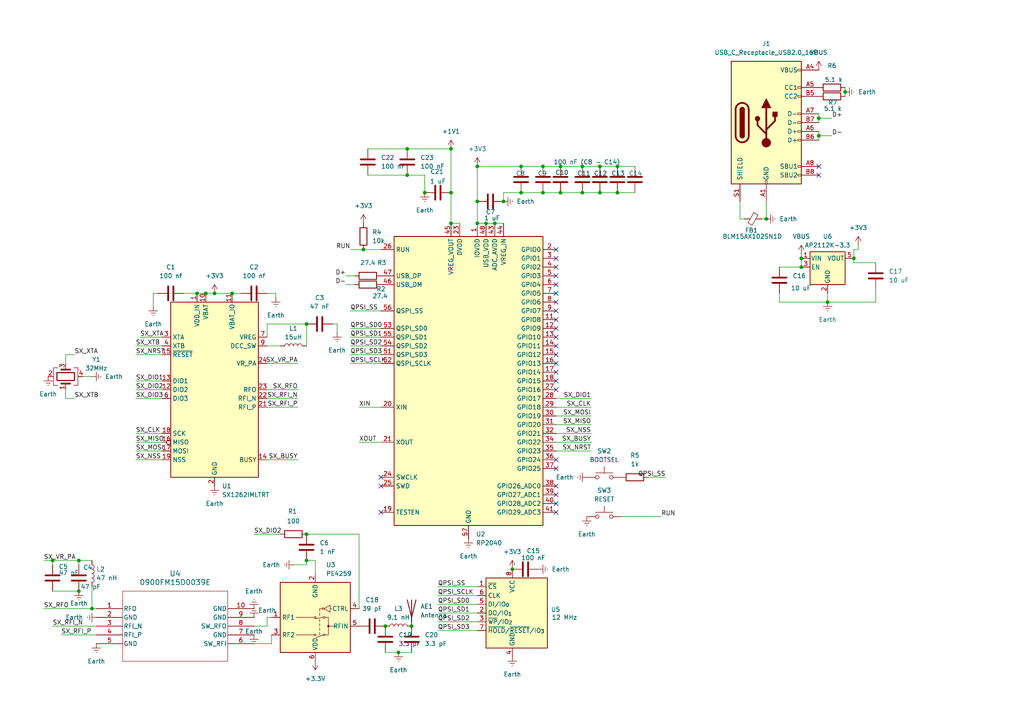
<source format=kicad_sch>
(kicad_sch (version 20250114) (generator "eeschema") (generator_version "9.0")
  (paper "A4")
  (lib_symbols
    (symbol "Connector:USB_C_Receptacle_USB2.0_16P" (pin_names (offset 1.016))
      (property "Reference" "J" (at 0 22.225 0))
      (property "Value" "USB_C_Receptacle_USB2.0_16P" (at 0 19.685 0))
      (symbol "USB_C_Receptacle_USB2.0_16P_1_1"
        (pin passive line (at -7.62 -22.86 90) (length 5.08) (name "SHIELD") (number "S1"))
        (pin passive line (at 0 -22.86 90) (length 5.08) (name "GND") (number "A1"))
        (pin passive line (at 0 -22.86 90) (length 5.08) (hide yes) (name "GND") (number "A12"))
        (pin passive line (at 0 -22.86 90) (length 5.08) (hide yes) (name "GND") (number "B1"))
        (pin passive line (at 0 -22.86 90) (length 5.08) (hide yes) (name "GND") (number "B12"))
        (pin passive line (at 15.24 15.24 180) (length 5.08) (name "VBUS") (number "A4"))
        (pin passive line (at 15.24 15.24 180) (length 5.08) (hide yes) (name "VBUS") (number "A9"))
        (pin passive line (at 15.24 15.24 180) (length 5.08) (hide yes) (name "VBUS") (number "B4"))
        (pin passive line (at 15.24 15.24 180) (length 5.08) (hide yes) (name "VBUS") (number "B9"))
        (pin bidirectional line (at 15.24 10.16 180) (length 5.08) (name "CC1") (number "A5"))
        (pin bidirectional line (at 15.24 7.62 180) (length 5.08) (name "CC2") (number "B5"))
        (pin bidirectional line (at 15.24 2.54 180) (length 5.08) (name "D-") (number "A7"))
        (pin bidirectional line (at 15.24 0 180) (length 5.08) (name "D-") (number "B7"))
        (pin bidirectional line (at 15.24 -2.54 180) (length 5.08) (name "D+") (number "A6"))
        (pin bidirectional line (at 15.24 -5.08 180) (length 5.08) (name "D+") (number "B6"))
        (pin bidirectional line (at 15.24 -12.7 180) (length 5.08) (name "SBU1") (number "A8"))
        (pin bidirectional line (at 15.24 -15.24 180) (length 5.08) (name "SBU2") (number "B8"))
      )
    )
    (symbol "Device:Antenna" (pin_numbers (hide yes)) (pin_names (offset 1.016) (hide yes))
      (property "Reference" "AE" (at -1.905 1.905 0))
      (property "Value" "Antenna" (at -1.905 0 0))
      (symbol "Antenna_1_1"
        (pin input line (at 0 -5.08 90) (length 2.54) (name "A") (number "1"))
      )
    )
    (symbol "Device:C" (pin_numbers (hide yes)) (pin_names (offset 0.254))
      (property "Reference" "C" (at 0.635 2.54 0))
      (property "Value" "C" (at 0.635 -2.54 0))
      (symbol "C_1_1"
        (pin passive line (at 0 3.81 270) (length 2.794) (name "~") (number "1"))
        (pin passive line (at 0 -3.81 90) (length 2.794) (name "~") (number "2"))
      )
    )
    (symbol "Device:Crystal_GND24" (pin_names (offset 1.016) (hide yes))
      (property "Reference" "Y" (at 3.175 5.08 0))
      (property "Value" "Crystal_GND24" (at 3.175 3.175 0))
      (symbol "Crystal_GND24_1_1"
        (pin passive line (at -3.81 0 0) (length 1.27) (name "1") (number "1"))
        (pin passive line (at 0 5.08 270) (length 1.27) (name "2") (number "2"))
        (pin passive line (at 0 -5.08 90) (length 1.27) (name "4") (number "4"))
        (pin passive line (at 3.81 0 180) (length 1.27) (name "3") (number "3"))
      )
    )
    (symbol "Device:FerriteBead_Small" (pin_numbers (hide yes)) (pin_names (offset 0))
      (property "Reference" "FB" (at 1.905 1.27 0))
      (property "Value" "FerriteBead_Small" (at 1.905 -1.27 0))
      (symbol "FerriteBead_Small_1_1"
        (pin passive line (at 0 2.54 270) (length 1.27) (name "~") (number "1"))
        (pin passive line (at 0 -2.54 90) (length 1.27) (name "~") (number "2"))
      )
    )
    (symbol "Device:L" (pin_numbers (hide yes)) (pin_names (offset 1.016) (hide yes))
      (property "Reference" "L" (at -1.27 0 90))
      (property "Value" "L" (at 1.905 0 90))
      (symbol "L_1_1"
        (pin passive line (at 0 3.81 270) (length 1.27) (name "1") (number "1"))
        (pin passive line (at 0 -3.81 90) (length 1.27) (name "2") (number "2"))
      )
    )
    (symbol "Device:R" (pin_numbers (hide yes)) (pin_names (offset 0))
      (property "Reference" "R" (at 2.032 0 90))
      (property "Value" "R" (at 0 0 90))
      (symbol "R_1_1"
        (pin passive line (at 0 3.81 270) (length 1.27) (name "~") (number "1"))
        (pin passive line (at 0 -3.81 90) (length 1.27) (name "~") (number "2"))
      )
    )
    (symbol "MCU_RaspberryPi:RP2040"
      (property "Reference" "U" (at 17.78 45.72 0))
      (property "Value" "RP2040" (at 17.78 43.18 0))
      (symbol "RP2040_1_1"
        (pin input line (at -25.4 38.1 0) (length 3.81) (name "RUN") (number "26"))
        (pin bidirectional line (at -25.4 30.48 0) (length 3.81) (name "USB_DP") (number "47"))
        (pin bidirectional line (at -25.4 27.94 0) (length 3.81) (name "USB_DM") (number "46"))
        (pin bidirectional line (at -25.4 20.32 0) (length 3.81) (name "QSPI_SS") (number "56"))
        (pin bidirectional line (at -25.4 15.24 0) (length 3.81) (name "QSPI_SD0") (number "53"))
        (pin bidirectional line (at -25.4 12.7 0) (length 3.81) (name "QSPI_SD1") (number "55"))
        (pin bidirectional line (at -25.4 10.16 0) (length 3.81) (name "QSPI_SD2") (number "54"))
        (pin bidirectional line (at -25.4 7.62 0) (length 3.81) (name "QSPI_SD3") (number "51"))
        (pin output line (at -25.4 5.08 0) (length 3.81) (name "QSPI_SCLK") (number "52"))
        (pin input line (at -25.4 -7.62 0) (length 3.81) (name "XIN") (number "20"))
        (pin passive line (at -25.4 -17.78 0) (length 3.81) (name "XOUT") (number "21"))
        (pin input line (at -25.4 -27.94 0) (length 3.81) (name "SWCLK") (number "24"))
        (pin bidirectional line (at -25.4 -30.48 0) (length 3.81) (name "SWD") (number "25"))
        (pin input line (at -25.4 -38.1 0) (length 3.81) (name "TESTEN") (number "19"))
        (pin power_out line (at -5.08 45.72 270) (length 3.81) (name "VREG_VOUT") (number "45"))
        (pin power_in line (at -2.54 45.72 270) (length 3.81) (name "DVDD") (number "23"))
        (pin passive line (at -2.54 45.72 270) (length 3.81) (hide yes) (name "DVDD") (number "50"))
        (pin power_in line (at 0 -45.72 90) (length 3.81) (name "GND") (number "57"))
        (pin power_in line (at 2.54 45.72 270) (length 3.81) (name "IOVDD") (number "1"))
        (pin passive line (at 2.54 45.72 270) (length 3.81) (hide yes) (name "IOVDD") (number "10"))
        (pin passive line (at 2.54 45.72 270) (length 3.81) (hide yes) (name "IOVDD") (number "22"))
        (pin passive line (at 2.54 45.72 270) (length 3.81) (hide yes) (name "IOVDD") (number "33"))
        (pin passive line (at 2.54 45.72 270) (length 3.81) (hide yes) (name "IOVDD") (number "42"))
        (pin passive line (at 2.54 45.72 270) (length 3.81) (hide yes) (name "IOVDD") (number "49"))
        (pin power_in line (at 5.08 45.72 270) (length 3.81) (name "USB_VDD") (number "48"))
        (pin power_in line (at 7.62 45.72 270) (length 3.81) (name "ADC_AVDD") (number "43"))
        (pin power_in line (at 10.16 45.72 270) (length 3.81) (name "VREG_IN") (number "44"))
        (pin bidirectional line (at 25.4 38.1 180) (length 3.81) (name "GPIO0") (number "2"))
        (pin bidirectional line (at 25.4 35.56 180) (length 3.81) (name "GPIO1") (number "3"))
        (pin bidirectional line (at 25.4 33.02 180) (length 3.81) (name "GPIO2") (number "4"))
        (pin bidirectional line (at 25.4 30.48 180) (length 3.81) (name "GPIO3") (number "5"))
        (pin bidirectional line (at 25.4 27.94 180) (length 3.81) (name "GPIO4") (number "6"))
        (pin bidirectional line (at 25.4 25.4 180) (length 3.81) (name "GPIO5") (number "7"))
        (pin bidirectional line (at 25.4 22.86 180) (length 3.81) (name "GPIO6") (number "8"))
        (pin bidirectional line (at 25.4 20.32 180) (length 3.81) (name "GPIO7") (number "9"))
        (pin bidirectional line (at 25.4 17.78 180) (length 3.81) (name "GPIO8") (number "11"))
        (pin bidirectional line (at 25.4 15.24 180) (length 3.81) (name "GPIO9") (number "12"))
        (pin bidirectional line (at 25.4 12.7 180) (length 3.81) (name "GPIO10") (number "13"))
        (pin bidirectional line (at 25.4 10.16 180) (length 3.81) (name "GPIO11") (number "14"))
        (pin bidirectional line (at 25.4 7.62 180) (length 3.81) (name "GPIO12") (number "15"))
        (pin bidirectional line (at 25.4 5.08 180) (length 3.81) (name "GPIO13") (number "16"))
        (pin bidirectional line (at 25.4 2.54 180) (length 3.81) (name "GPIO14") (number "17"))
        (pin bidirectional line (at 25.4 0 180) (length 3.81) (name "GPIO15") (number "18"))
        (pin bidirectional line (at 25.4 -2.54 180) (length 3.81) (name "GPIO16") (number "27"))
        (pin bidirectional line (at 25.4 -5.08 180) (length 3.81) (name "GPIO17") (number "28"))
        (pin bidirectional line (at 25.4 -7.62 180) (length 3.81) (name "GPIO18") (number "29"))
        (pin bidirectional line (at 25.4 -10.16 180) (length 3.81) (name "GPIO19") (number "30"))
        (pin bidirectional line (at 25.4 -12.7 180) (length 3.81) (name "GPIO20") (number "31"))
        (pin bidirectional line (at 25.4 -15.24 180) (length 3.81) (name "GPIO21") (number "32"))
        (pin bidirectional line (at 25.4 -17.78 180) (length 3.81) (name "GPIO22") (number "34"))
        (pin bidirectional line (at 25.4 -20.32 180) (length 3.81) (name "GPIO23") (number "35"))
        (pin bidirectional line (at 25.4 -22.86 180) (length 3.81) (name "GPIO24") (number "36"))
        (pin bidirectional line (at 25.4 -25.4 180) (length 3.81) (name "GPIO25") (number "37"))
        (pin bidirectional line (at 25.4 -30.48 180) (length 3.81) (name "GPIO26_ADC0") (number "38"))
        (pin bidirectional line (at 25.4 -33.02 180) (length 3.81) (name "GPIO27_ADC1") (number "39"))
        (pin bidirectional line (at 25.4 -35.56 180) (length 3.81) (name "GPIO28_ADC2") (number "40"))
        (pin bidirectional line (at 25.4 -38.1 180) (length 3.81) (name "GPIO29_ADC3") (number "41"))
      )
    )
    (symbol "Memory_Flash:W25Q128JVS"
      (property "Reference" "U" (at -6.35 11.43 0))
      (property "Value" "W25Q128JVS" (at 7.62 11.43 0))
      (symbol "W25Q128JVS_1_1"
        (pin input line (at -10.16 7.62 0) (length 2.54) (name "~{CS}") (number "1"))
        (pin input line (at -10.16 5.08 0) (length 2.54) (name "CLK") (number "6"))
        (pin bidirectional line (at -10.16 2.54 0) (length 2.54) (name "DI/IO_{0}") (number "5"))
        (pin bidirectional line (at -10.16 0 0) (length 2.54) (name "DO/IO_{1}") (number "2"))
        (pin bidirectional line (at -10.16 -2.54 0) (length 2.54) (name "~{WP}/IO_{2}") (number "3"))
        (pin bidirectional line (at -10.16 -5.08 0) (length 2.54) (name "~{HOLD}/~{RESET}/IO_{3}") (number "7"))
        (pin power_in line (at 0 12.7 270) (length 2.54) (name "VCC") (number "8"))
        (pin power_in line (at 0 -12.7 90) (length 2.54) (name "GND") (number "4"))
      )
    )
    (symbol "RF:SX1262IMLTRT"
      (property "Reference" "U" (at 13.97 24.13 0))
      (property "Value" "SX1262IMLTRT" (at 13.97 21.59 0))
      (symbol "SX1262IMLTRT_1_1"
        (pin bidirectional line (at -15.24 15.24 0) (length 2.54) (name "XTA") (number "3"))
        (pin bidirectional line (at -15.24 12.7 0) (length 2.54) (name "XTB") (number "4"))
        (pin input line (at -15.24 10.16 0) (length 2.54) (name "~{RESET}") (number "15"))
        (pin bidirectional line (at -15.24 2.54 0) (length 2.54) (name "DIO1") (number "13"))
        (pin bidirectional line (at -15.24 0 0) (length 2.54) (name "DIO2") (number "12"))
        (pin bidirectional line (at -15.24 -2.54 0) (length 2.54) (name "DIO3") (number "6"))
        (pin input line (at -15.24 -12.7 0) (length 2.54) (name "SCK") (number "18"))
        (pin tri_state inverted (at -15.24 -15.24 0) (length 2.54) (name "MISO") (number "16"))
        (pin input line (at -15.24 -17.78 0) (length 2.54) (name "MOSI") (number "17"))
        (pin input line (at -15.24 -20.32 0) (length 2.54) (name "NSS") (number "19"))
        (pin power_in line (at -5.08 27.94 270) (length 2.54) (name "VDD_IN") (number "1"))
        (pin power_in line (at -2.54 27.94 270) (length 2.54) (name "VBAT") (number "10"))
        (pin power_in line (at 0 -27.94 90) (length 2.54) (name "GND") (number "2"))
        (pin passive line (at 0 -27.94 90) (length 2.54) (hide yes) (name "GND") (number "20"))
        (pin passive line (at 0 -27.94 90) (length 2.54) (hide yes) (name "GND") (number "25"))
        (pin passive line (at 0 -27.94 90) (length 2.54) (hide yes) (name "GND") (number "5"))
        (pin passive line (at 0 -27.94 90) (length 2.54) (hide yes) (name "GND") (number "8"))
        (pin power_in line (at 5.08 27.94 270) (length 2.54) (name "VBAT_IO") (number "11"))
        (pin power_out line (at 15.24 15.24 180) (length 2.54) (name "VREG") (number "7"))
        (pin power_out line (at 15.24 12.7 180) (length 2.54) (name "DCC_SW") (number "9"))
        (pin power_out line (at 15.24 7.62 180) (length 2.54) (name "VR_PA") (number "24"))
        (pin output line (at 15.24 0 180) (length 2.54) (name "RFO") (number "23"))
        (pin input line (at 15.24 -2.54 180) (length 2.54) (name "RFI_N") (number "22"))
        (pin input line (at 15.24 -5.08 180) (length 2.54) (name "RFI_P") (number "21"))
        (pin output line (at 15.24 -20.32 180) (length 2.54) (name "BUSY") (number "14"))
      )
    )
    (symbol "RF_Filter:0900FM15D0039E" (pin_names (offset 0.254))
      (property "Reference" "U" (at 22.86 10.16 0))
      (property "Value" "0900FM15D0039E" (at 22.86 7.62 0))
      (symbol "0900FM15D0039E_0_1"
        (pin unspecified line (at 0 0 0) (length 7.62) (name "RFO") (number "1"))
        (pin unspecified line (at 0 -2.54 0) (length 7.62) (name "GND") (number "2"))
        (pin unspecified line (at 0 -5.08 0) (length 7.62) (name "RFI_N") (number "3"))
        (pin unspecified line (at 0 -7.62 0) (length 7.62) (name "RFI_P") (number "4"))
        (pin unspecified line (at 0 -10.16 0) (length 7.62) (name "GND") (number "5"))
        (pin unspecified line (at 45.72 0 180) (length 7.62) (name "GND") (number "10"))
        (pin unspecified line (at 45.72 -2.54 180) (length 7.62) (name "GND") (number "9"))
        (pin unspecified line (at 45.72 -5.08 180) (length 7.62) (name "SW_RFO") (number "8"))
        (pin unspecified line (at 45.72 -7.62 180) (length 7.62) (name "GND") (number "7"))
        (pin unspecified line (at 45.72 -10.16 180) (length 7.62) (name "SW_RFI") (number "6"))
      )
    )
    (symbol "RF_Switch:PE4259"
      (property "Reference" "U" (at -10.16 11.43 0))
      (property "Value" "PE4259" (at 1.27 11.43 0))
      (symbol "PE4259_1_1"
        (pin passive line (at -12.7 2.54 0) (length 2.54) (name "RFIN") (number "5"))
        (pin input line (at -12.7 -2.54 0) (length 2.54) (name "CTRL") (number "4"))
        (pin power_in line (at 0 12.7 270) (length 2.54) (name "VDD") (number "6"))
        (pin power_in line (at 0 -12.7 90) (length 2.54) (name "GND") (number "2"))
        (pin passive line (at 12.7 5.08 180) (length 2.54) (name "RF2") (number "3"))
        (pin passive line (at 12.7 0 180) (length 2.54) (name "RF1") (number "1"))
      )
    )
    (symbol "Regulator_Linear:AP2112K-3.3" (pin_names (offset 0.254))
      (property "Reference" "U" (at -5.08 5.715 0))
      (property "Value" "AP2112K-3.3" (at 0 5.715 0))
      (symbol "AP2112K-3.3_1_1"
        (pin power_in line (at -7.62 2.54 0) (length 2.54) (name "VIN") (number "1"))
        (pin input line (at -7.62 0 0) (length 2.54) (name "EN") (number "3"))
        (pin power_in line (at 0 -7.62 90) (length 2.54) (name "GND") (number "2"))
        (pin no_connect line (at 5.08 0 180) (length 2.54) (hide yes) (name "NC") (number "4"))
        (pin power_out line (at 7.62 2.54 180) (length 2.54) (name "VOUT") (number "5"))
      )
    )
    (symbol "Switch:SW_Push" (pin_numbers (hide yes)) (pin_names (offset 1.016) (hide yes))
      (property "Reference" "SW" (at 1.27 2.54 0))
      (property "Value" "SW_Push" (at 0 -1.524 0))
      (symbol "SW_Push_0_1"
        (pin passive line (at -5.08 0 0) (length 2.54) (name "1") (number "1"))
        (pin passive line (at 5.08 0 180) (length 2.54) (name "2") (number "2"))
      )
    )
    (symbol "power:+1V1" (power) (pin_numbers (hide yes)) (pin_names (offset 0) (hide yes))
      (property "Value" "+1V1" (at 0 3.556 0))
      (symbol "+1V1_1_1"
        (pin power_in line (at 0 0 90) (length 0) (name "~") (number "1"))
      )
    )
    (symbol "power:+3.3V" (power) (pin_numbers (hide yes)) (pin_names (offset 0) (hide yes))
      (property "Value" "+3.3V" (at 0 3.556 0))
      (symbol "+3.3V_1_1"
        (pin power_in line (at 0 0 90) (length 0) (name "~") (number "1"))
      )
    )
    (symbol "power:+3V3" (power) (pin_numbers (hide yes)) (pin_names (offset 0) (hide yes))
      (property "Value" "+3V3" (at 0 3.556 0))
      (symbol "+3V3_1_1"
        (pin power_in line (at 0 0 90) (length 0) (name "~") (number "1"))
      )
    )
    (symbol "power:Earth" (power) (pin_numbers (hide yes)) (pin_names (offset 0) (hide yes))
      (property "Value" "Earth" (at 0 -3.81 0))
      (symbol "Earth_1_1"
        (pin power_in line (at 0 0 270) (length 0) (name "~") (number "1"))
      )
    )
    (symbol "power:VBUS" (power) (pin_numbers (hide yes)) (pin_names (offset 0) (hide yes))
      (property "Value" "VBUS" (at 0 3.556 0))
      (symbol "VBUS_1_1"
        (pin power_in line (at 0 0 90) (length 0) (name "~") (number "1"))
      )
    )
  )
  (junction (at 245.11 26.67))
  (junction (at 179.07 55.88))
  (junction (at 173.99 48.26))
  (junction (at 123.19 55.88))
  (junction (at 130.81 55.88))
  (junction (at 26.67 176.53))
  (junction (at 179.07 48.26))
  (junction (at 157.48 55.88))
  (junction (at 148.59 165.1))
  (junction (at 62.23 85.09))
  (junction (at 173.99 55.88))
  (junction (at 105.41 72.39))
  (junction (at 157.48 48.26))
  (junction (at 88.9 93.98))
  (junction (at 222.25 63.5))
  (junction (at 237.49 39.37))
  (junction (at 237.49 34.29))
  (junction (at 118.11 50.8))
  (junction (at 168.91 48.26))
  (junction (at 88.9 162.56))
  (junction (at 67.31 85.09))
  (junction (at 111.76 181.61))
  (junction (at 130.81 43.18))
  (junction (at 162.56 48.26))
  (junction (at 168.91 55.88))
  (junction (at 140.97 64.77))
  (junction (at 118.11 43.18))
  (junction (at 162.56 55.88))
  (junction (at 232.41 77.47))
  (junction (at 138.43 58.42))
  (junction (at 15.24 162.56))
  (junction (at 247.65 74.93))
  (junction (at 138.43 48.26))
  (junction (at 57.15 85.09))
  (junction (at 22.86 162.56))
  (junction (at 119.38 181.61))
  (junction (at 232.41 74.93))
  (junction (at 146.05 58.42))
  (junction (at 143.51 64.77))
  (junction (at 130.81 64.77))
  (junction (at 22.86 171.45))
  (junction (at 151.13 55.88))
  (junction (at 240.03 87.63))
  (junction (at 59.69 85.09))
  (junction (at 151.13 48.26))
  (junction (at 115.57 189.23))
  (junction (at 138.43 64.77))
  (junction (at 88.9 154.94))
  (no_connect (at 161.29 72.39))
  (no_connect (at 161.29 135.89))
  (no_connect (at 237.49 50.8))
  (no_connect (at 161.29 140.97))
  (no_connect (at 110.49 140.97))
  (no_connect (at 161.29 107.95))
  (no_connect (at 161.29 133.35))
  (no_connect (at 161.29 85.09))
  (no_connect (at 161.29 110.49))
  (no_connect (at 161.29 90.17))
  (no_connect (at 161.29 92.71))
  (no_connect (at 161.29 102.87))
  (no_connect (at 161.29 82.55))
  (no_connect (at 161.29 95.25))
  (no_connect (at 161.29 100.33))
  (no_connect (at 237.49 48.26))
  (no_connect (at 161.29 105.41))
  (no_connect (at 161.29 74.93))
  (no_connect (at 161.29 148.59))
  (no_connect (at 161.29 143.51))
  (no_connect (at 110.49 138.43))
  (no_connect (at 161.29 77.47))
  (no_connect (at 161.29 87.63))
  (no_connect (at 161.29 97.79))
  (no_connect (at 161.29 80.01))
  (no_connect (at 161.29 113.03))
  (no_connect (at 161.29 146.05))
  (no_connect (at 110.49 148.59))
  (wire (pts (xy 57.15 85.09) (xy 53.34 85.09)))
  (wire (pts (xy 232.41 73.66) (xy 232.41 74.93)))
  (wire (pts (xy 77.47 133.35) (xy 86.36 133.35)))
  (wire (pts (xy 245.11 25.4) (xy 245.11 26.67)))
  (wire (pts (xy 77.47 118.11) (xy 86.36 118.11)))
  (wire (pts (xy 127 180.34) (xy 138.43 180.34)))
  (wire (pts (xy 157.48 48.26) (xy 162.56 48.26)))
  (wire (pts (xy 157.48 55.88) (xy 151.13 55.88)))
  (wire (pts (xy 254 76.2) (xy 247.65 76.2)))
  (wire (pts (xy 102.87 80.01) (xy 100.33 80.01)))
  (wire (pts (xy 161.29 125.73) (xy 171.45 125.73)))
  (wire (pts (xy 26.67 176.53) (xy 27.94 176.53)))
  (wire (pts (xy 101.6 100.33) (xy 110.49 100.33)))
  (wire (pts (xy 39.37 110.49) (xy 46.99 110.49)))
  (wire (pts (xy 138.43 64.77) (xy 140.97 64.77)))
  (wire (pts (xy 39.37 133.35) (xy 46.99 133.35)))
  (wire (pts (xy 138.43 48.26) (xy 138.43 58.42)))
  (wire (pts (xy 59.69 85.09) (xy 62.23 85.09)))
  (wire (pts (xy 62.23 85.09) (xy 67.31 85.09)))
  (wire (pts (xy 240.03 87.63) (xy 240.03 85.09)))
  (wire (pts (xy 130.81 43.18) (xy 118.11 43.18)))
  (wire (pts (xy 151.13 55.88) (xy 146.05 55.88)))
  (wire (pts (xy 101.6 105.41) (xy 110.49 105.41)))
  (wire (pts (xy 77.47 93.98) (xy 88.9 93.98)))
  (wire (pts (xy 19.05 113.03) (xy 19.05 115.57)))
  (wire (pts (xy 180.34 149.86) (xy 191.77 149.86)))
  (wire (pts (xy 77.47 97.79) (xy 77.47 93.98)))
  (wire (pts (xy 162.56 55.88) (xy 157.48 55.88)))
  (wire (pts (xy 111.76 189.23) (xy 115.57 189.23)))
  (wire (pts (xy 17.78 184.15) (xy 27.94 184.15)))
  (wire (pts (xy 161.29 120.65) (xy 171.45 120.65)))
  (wire (pts (xy 161.29 123.19) (xy 171.45 123.19)))
  (wire (pts (xy 161.29 115.57) (xy 171.45 115.57)))
  (wire (pts (xy 39.37 102.87) (xy 46.99 102.87)))
  (wire (pts (xy 127 170.18) (xy 138.43 170.18)))
  (wire (pts (xy 127 177.8) (xy 138.43 177.8)))
  (wire (pts (xy 101.6 72.39) (xy 105.41 72.39)))
  (wire (pts (xy 184.15 55.88) (xy 179.07 55.88)))
  (wire (pts (xy 106.68 43.18) (xy 118.11 43.18)))
  (wire (pts (xy 88.9 162.56) (xy 88.9 163.83)))
  (wire (pts (xy 77.47 179.07) (xy 77.47 181.61)))
  (wire (pts (xy 19.05 102.87) (xy 21.59 102.87)))
  (wire (pts (xy 237.49 34.29) (xy 241.3 34.29)))
  (wire (pts (xy 118.11 50.8) (xy 123.19 50.8)))
  (wire (pts (xy 12.7 162.56) (xy 15.24 162.56)))
  (wire (pts (xy 26.67 170.18) (xy 26.67 176.53)))
  (wire (pts (xy 127 175.26) (xy 138.43 175.26)))
  (wire (pts (xy 140.97 64.77) (xy 143.51 64.77)))
  (wire (pts (xy 104.14 118.11) (xy 110.49 118.11)))
  (wire (pts (xy 237.49 38.1) (xy 237.49 39.37)))
  (wire (pts (xy 104.14 176.53) (xy 104.14 154.94)))
  (wire (pts (xy 39.37 115.57) (xy 46.99 115.57)))
  (wire (pts (xy 73.66 154.94) (xy 81.28 154.94)))
  (wire (pts (xy 77.47 105.41) (xy 86.36 105.41)))
  (wire (pts (xy 254 87.63) (xy 240.03 87.63)))
  (wire (pts (xy 102.87 82.55) (xy 100.33 82.55)))
  (wire (pts (xy 123.19 50.8) (xy 123.19 55.88)))
  (wire (pts (xy 22.86 162.56) (xy 26.67 162.56)))
  (wire (pts (xy 162.56 48.26) (xy 168.91 48.26)))
  (wire (pts (xy 39.37 100.33) (xy 46.99 100.33)))
  (wire (pts (xy 19.05 115.57) (xy 21.59 115.57)))
  (wire (pts (xy 104.14 128.27) (xy 110.49 128.27)))
  (wire (pts (xy 22.86 162.56) (xy 22.86 163.83)))
  (wire (pts (xy 19.05 105.41) (xy 19.05 102.87)))
  (wire (pts (xy 127 172.72) (xy 138.43 172.72)))
  (wire (pts (xy 91.44 166.37) (xy 91.44 162.56)))
  (wire (pts (xy 39.37 128.27) (xy 46.99 128.27)))
  (wire (pts (xy 77.47 85.09) (xy 80.01 85.09)))
  (wire (pts (xy 248.92 71.12) (xy 248.92 72.39)))
  (wire (pts (xy 40.64 97.79) (xy 46.99 97.79)))
  (wire (pts (xy 168.91 48.26) (xy 173.99 48.26)))
  (wire (pts (xy 237.49 39.37) (xy 237.49 40.64)))
  (wire (pts (xy 247.65 76.2) (xy 247.65 74.93)))
  (wire (pts (xy 173.99 48.26) (xy 179.07 48.26)))
  (wire (pts (xy 80.01 85.09) (xy 80.01 86.36)))
  (wire (pts (xy 88.9 163.83) (xy 85.09 163.83)))
  (wire (pts (xy 247.65 72.39) (xy 248.92 72.39)))
  (wire (pts (xy 88.9 93.98) (xy 88.9 100.33)))
  (wire (pts (xy 226.06 77.47) (xy 232.41 77.47)))
  (wire (pts (xy 237.49 34.29) (xy 237.49 35.56)))
  (wire (pts (xy 237.49 33.02) (xy 237.49 34.29)))
  (wire (pts (xy 146.05 55.88) (xy 146.05 58.42)))
  (wire (pts (xy 115.57 189.23) (xy 119.38 189.23)))
  (wire (pts (xy 127 182.88) (xy 138.43 182.88)))
  (wire (pts (xy 179.07 55.88) (xy 173.99 55.88)))
  (wire (pts (xy 247.65 74.93) (xy 247.65 72.39)))
  (wire (pts (xy 15.24 181.61) (xy 27.94 181.61)))
  (wire (pts (xy 44.45 85.09) (xy 44.45 88.9)))
  (wire (pts (xy 57.15 85.09) (xy 59.69 85.09)))
  (wire (pts (xy 73.66 186.69) (xy 78.74 186.69)))
  (wire (pts (xy 245.11 26.67) (xy 245.11 27.94)))
  (wire (pts (xy 97.79 93.98) (xy 97.79 96.52)))
  (wire (pts (xy 187.96 138.43) (xy 193.04 138.43)))
  (wire (pts (xy 77.47 115.57) (xy 86.36 115.57)))
  (wire (pts (xy 254 83.82) (xy 254 87.63)))
  (wire (pts (xy 101.6 102.87) (xy 110.49 102.87)))
  (wire (pts (xy 161.29 118.11) (xy 171.45 118.11)))
  (wire (pts (xy 45.72 85.09) (xy 44.45 85.09)))
  (wire (pts (xy 161.29 128.27) (xy 171.45 128.27)))
  (wire (pts (xy 214.63 63.5) (xy 215.9 63.5)))
  (wire (pts (xy 39.37 130.81) (xy 46.99 130.81)))
  (wire (pts (xy 237.49 39.37) (xy 241.3 39.37)))
  (wire (pts (xy 12.7 176.53) (xy 26.67 176.53)))
  (wire (pts (xy 104.14 154.94) (xy 88.9 154.94)))
  (wire (pts (xy 130.81 55.88) (xy 130.81 64.77)))
  (wire (pts (xy 179.07 48.26) (xy 184.15 48.26)))
  (wire (pts (xy 138.43 58.42) (xy 138.43 64.77)))
  (wire (pts (xy 226.06 87.63) (xy 240.03 87.63)))
  (wire (pts (xy 151.13 48.26) (xy 157.48 48.26)))
  (wire (pts (xy 173.99 55.88) (xy 168.91 55.88)))
  (wire (pts (xy 232.41 74.93) (xy 232.41 77.47)))
  (wire (pts (xy 77.47 181.61) (xy 73.66 181.61)))
  (wire (pts (xy 78.74 179.07) (xy 77.47 179.07)))
  (wire (pts (xy 15.24 171.45) (xy 22.86 171.45)))
  (wire (pts (xy 138.43 48.26) (xy 151.13 48.26)))
  (wire (pts (xy 77.47 100.33) (xy 81.28 100.33)))
  (wire (pts (xy 96.52 93.98) (xy 97.79 93.98)))
  (wire (pts (xy 143.51 64.77) (xy 146.05 64.77)))
  (wire (pts (xy 39.37 125.73) (xy 46.99 125.73)))
  (wire (pts (xy 101.6 97.79) (xy 110.49 97.79)))
  (wire (pts (xy 222.25 58.42) (xy 222.25 63.5)))
  (wire (pts (xy 15.24 162.56) (xy 22.86 162.56)))
  (wire (pts (xy 15.24 162.56) (xy 15.24 163.83)))
  (wire (pts (xy 101.6 90.17) (xy 110.49 90.17)))
  (wire (pts (xy 168.91 55.88) (xy 162.56 55.88)))
  (wire (pts (xy 106.68 50.8) (xy 118.11 50.8)))
  (wire (pts (xy 226.06 85.09) (xy 226.06 87.63)))
  (wire (pts (xy 161.29 130.81) (xy 171.45 130.81)))
  (wire (pts (xy 130.81 64.77) (xy 133.35 64.77)))
  (wire (pts (xy 130.81 55.88) (xy 130.81 43.18)))
  (wire (pts (xy 39.37 113.03) (xy 46.99 113.03)))
  (wire (pts (xy 222.25 63.5) (xy 220.98 63.5)))
  (wire (pts (xy 78.74 184.15) (xy 78.74 186.69)))
  (wire (pts (xy 88.9 162.56) (xy 91.44 162.56)))
  (wire (pts (xy 77.47 113.03) (xy 86.36 113.03)))
  (wire (pts (xy 101.6 95.25) (xy 110.49 95.25)))
  (wire (pts (xy 24.13 109.22) (xy 26.67 109.22)))
  (wire (pts (xy 105.41 72.39) (xy 110.49 72.39)))
  (wire (pts (xy 67.31 85.09) (xy 69.85 85.09)))
  (wire (pts (xy 214.63 58.42) (xy 214.63 63.5)))
  (label "QPSI_SD1" (at 127 177.8 0))
  (label "SX_CLK" (at 171.45 118.11 180))
  (label "SX_DIO1" (at 171.45 115.57 180))
  (label "SX_RFI_N" (at 15.24 181.61 0))
  (label "QPSI_SD1" (at 101.6 97.79 0))
  (label "QPSI_SCLK" (at 127 172.72 0))
  (label "RUN" (at 191.77 149.86 0))
  (label "SX_MISO" (at 39.37 128.27 0))
  (label "QPSI_SS" (at 193.04 138.43 180))
  (label "QPSI_SS" (at 101.6 90.17 0))
  (label "SX_DIO2" (at 73.66 154.94 0))
  (label "QPSI_SD3" (at 127 182.88 0))
  (label "QPSI_SD2" (at 127 180.34 0))
  (label "SX_RFI_N" (at 86.36 115.57 180))
  (label "QPSI_SCLK" (at 101.6 105.41 0))
  (label "SX_NRST" (at 171.45 130.81 180))
  (label "SX_DIO2" (at 39.37 113.03 0))
  (label "SX_BUSY" (at 86.36 133.35 180))
  (label "QPSI_SD0" (at 101.6 95.25 0))
  (label "QPSI_SS" (at 127 170.18 0))
  (label "SX_DIO3" (at 39.37 115.57 0))
  (label "SX_RFI_P" (at 86.36 118.11 180))
  (label "D-" (at 241.3 39.37 0))
  (label "SX_BUSY" (at 171.45 128.27 180))
  (label "QPSI_SD2" (at 101.6 100.33 0))
  (label "SX_VR_PA" (at 12.7 162.56 0))
  (label "SX_DIO1" (at 39.37 110.49 0))
  (label "SX_MOSI" (at 171.45 120.65 180))
  (label "QPSI_SD3" (at 101.6 102.87 0))
  (label "SX_CLK" (at 39.37 125.73 0))
  (label "SX_RFI_P" (at 17.78 184.15 0))
  (label "SX_NSS" (at 39.37 133.35 0))
  (label "XIN" (at 104.14 118.11 0))
  (label "D+" (at 100.33 80.01 180))
  (label "SX_VR_PA" (at 86.36 105.41 180))
  (label "SX_XTA" (at 40.64 97.79 0))
  (label "SX_RFO" (at 12.7 176.53 0))
  (label "D-" (at 100.33 82.55 180))
  (label "QPSI_SD0" (at 127 175.26 0))
  (label "XOUT" (at 104.14 128.27 0))
  (label "SX_RFO" (at 86.36 113.03 180))
  (label "SX_NSS" (at 171.45 125.73 180))
  (label "SX_NRST" (at 39.37 102.87 0))
  (label "SX_XTB" (at 21.59 115.57 0))
  (label "RUN" (at 101.6 72.39 180))
  (label "SX_MISO" (at 171.45 123.19 180))
  (label "SX_XTB" (at 39.37 100.33 0))
  (label "D+" (at 241.3 34.29 0))
  (label "SX_XTA" (at 21.59 102.87 0))
  (label "SX_MOSI" (at 39.37 130.81 0))
  (symbol (lib_id "Device:C") (at 254 80.01 0) (unit 1)
    (property "Reference" "C17" (at 257.81 78.7399 0) (effects (justify left)))
    (property "Value" "10 uF" (at 257.81 81.2799 0) (effects (justify left)))
    (property "Footprint" "Capacitor_SMD:C_0402_1005Metric" (effects (hide yes)))
    (property "Description" "Unpolarized capacitor" (effects (hide yes)))
  )
  (symbol (lib_id "Device:C") (at 157.48 52.07 0) (unit 1)
    (property "Reference" "C9" (at 155.956 50.292 0) (effects (justify left)))
    (property "Value" "100 nF" (effects (hide yes)))
    (property "Footprint" "Capacitor_SMD:C_0402_1005Metric" (effects (hide yes)))
    (property "Description" "Unpolarized capacitor" (effects (hide yes)))
  )
  (symbol (lib_id "power:Earth") (at 222.25 63.5 90) (unit 1)
    (property "Reference" "#PWR026" (effects (hide yes)))
    (property "Value" "Earth" (at 226.06 63.4999 90) (effects (justify right)))
    (property "Description" "Power symbol creates a global label with name \"Earth\"" (effects (hide yes)))
  )
  (symbol (lib_id "power:Earth") (at 148.59 190.5 0) (unit 1)
    (property "Reference" "#PWR022" (effects (hide yes)))
    (property "Value" "Earth" (at 148.59 195.58 0))
    (property "Description" "Power symbol creates a global label with name \"Earth\"" (effects (hide yes)))
  )
  (symbol (lib_id "Device:L") (at 26.67 166.37 0) (unit 1)
    (property "Reference" "L2" (at 27.94 165.0999 0) (effects (justify left)))
    (property "Value" "47 nH" (at 27.94 167.6399 0) (effects (justify left)))
    (property "Footprint" "Inductor_SMD:L_0402_1005Metric" (effects (hide yes)))
    (property "Description" "Inductor" (effects (hide yes)))
  )
  (symbol (lib_id "power:Earth") (at 123.19 55.88 0) (unit 1)
    (property "Reference" "#PWR031" (effects (hide yes)))
    (property "Value" "Earth" (at 123.19 60.96 0))
    (property "Description" "Power symbol creates a global label with name \"Earth\"" (effects (hide yes)))
  )
  (symbol (lib_id "Device:C") (at 88.9 158.75 0) (unit 1)
    (property "Reference" "C6" (at 92.71 157.4799 0) (effects (justify left)))
    (property "Value" "1 nF" (at 92.71 160.0199 0) (effects (justify left)))
    (property "Footprint" "Capacitor_SMD:C_0402_1005Metric" (effects (hide yes)))
    (property "Description" "Unpolarized capacitor" (effects (hide yes)))
  )
  (symbol (lib_id "Device:R") (at 241.3 25.4 90) (unit 1)
    (property "Reference" "R6" (at 241.3 19.05 90))
    (property "Value" "5.1 k" (at 241.808 23.114 90))
    (property "Footprint" "Resistor_SMD:R_0402_1005Metric" (effects (hide yes)))
    (property "Description" "Resistor" (effects (hide yes)))
  )
  (symbol (lib_id "power:Earth") (at 13.97 109.22 0) (unit 1)
    (property "Reference" "#PWR06" (effects (hide yes)))
    (property "Value" "Earth" (at 13.97 114.3 0))
    (property "Description" "Power symbol creates a global label with name \"Earth\"" (effects (hide yes)))
  )
  (symbol (lib_id "Device:FerriteBead_Small") (at 218.44 63.5 90) (unit 1)
    (property "Reference" "FB1" (at 217.932 66.802 90))
    (property "Value" "BLM15AX102SN1D" (at 218.186 68.58 90))
    (property "Footprint" "Inductor_SMD:L_0402_1005Metric" (effects (hide yes)))
    (property "Description" "Ferrite bead, small symbol" (effects (hide yes)))
  )
  (symbol (lib_id "power:Earth") (at 135.89 156.21 0) (unit 1)
    (property "Reference" "#PWR033" (effects (hide yes)))
    (property "Value" "Earth" (at 135.89 161.29 0))
    (property "Description" "Power symbol creates a global label with name \"Earth\"" (effects (hide yes)))
  )
  (symbol (lib_id "power:Earth") (at 73.66 179.07 180) (unit 1)
    (property "Reference" "#PWR09" (effects (hide yes)))
    (property "Value" "Earth" (at 77.47 177.038 0))
    (property "Description" "Power symbol creates a global label with name \"Earth\"" (effects (hide yes)))
  )
  (symbol (lib_id "power:Earth") (at 26.67 109.22 90) (unit 1)
    (property "Reference" "#PWR07" (effects (hide yes)))
    (property "Value" "Earth" (at 30.48 109.2199 90) (effects (justify right)))
    (property "Description" "Power symbol creates a global label with name \"Earth\"" (effects (hide yes)))
  )
  (symbol (lib_id "power:Earth") (at 27.94 179.07 270) (unit 1)
    (property "Reference" "#PWR013" (effects (hide yes)))
    (property "Value" "Earth" (at 24.13 179.0699 90) (effects (justify right)))
    (property "Description" "Power symbol creates a global label with name \"Earth\"" (effects (hide yes)))
  )
  (symbol (lib_id "power:Earth") (at 80.01 86.36 0) (unit 1)
    (property "Reference" "#PWR02" (effects (hide yes)))
    (property "Value" "Earth" (at 80.01 91.44 0))
    (property "Description" "Power symbol creates a global label with name \"Earth\"" (effects (hide yes)))
  )
  (symbol (lib_id "power:Earth") (at 62.23 140.97 0) (unit 1)
    (property "Reference" "#PWR04" (effects (hide yes)))
    (property "Value" "Earth" (at 62.23 146.05 0))
    (property "Description" "Power symbol creates a global label with name \"Earth\"" (effects (hide yes)))
  )
  (symbol (lib_id "power:Earth") (at 170.18 149.86 0) (unit 1)
    (property "Reference" "#PWR020" (effects (hide yes)))
    (property "Value" "Earth" (at 170.18 154.94 0))
    (property "Description" "Power symbol creates a global label with name \"Earth\"" (effects (hide yes)))
  )
  (symbol (lib_id "power:Earth") (at 115.57 189.23 0) (unit 1)
    (property "Reference" "#PWR030" (effects (hide yes)))
    (property "Value" "Earth" (at 115.57 194.31 0))
    (property "Description" "Power symbol creates a global label with name \"Earth\"" (effects (hide yes)))
  )
  (symbol (lib_id "Device:C") (at 168.91 52.07 0) (unit 1)
    (property "Reference" "C11" (at 167.386 50.292 0) (effects (justify left)))
    (property "Value" "100 nF" (effects (hide yes)))
    (property "Footprint" "Capacitor_SMD:C_0402_1005Metric" (effects (hide yes)))
    (property "Description" "Unpolarized capacitor" (effects (hide yes)))
  )
  (symbol (lib_id "power:+3V3") (at 248.92 71.12 0) (unit 1)
    (property "Reference" "#PWR028" (effects (hide yes)))
    (property "Value" "+3V3" (at 248.92 66.04 0))
    (property "Description" "Power symbol creates a global label with name \"+3V3\"" (effects (hide yes)))
  )
  (symbol (lib_id "Device:C") (at 15.24 167.64 0) (unit 1)
    (property "Reference" "C5" (at 17.018 164.338 0) (effects (justify left)))
    (property "Value" "47 pF" (at 17.018 166.116 0) (effects (justify left)))
    (property "Footprint" "Capacitor_SMD:C_0402_1005Metric" (effects (hide yes)))
    (property "Description" "Unpolarized capacitor" (effects (hide yes)))
  )
  (symbol (lib_id "Regulator_Linear:AP2112K-3.3") (at 240.03 77.47 0) (unit 1)
    (property "Reference" "U6" (at 240.03 68.58 0))
    (property "Value" "AP2112K-3.3" (at 240.03 71.12 0))
    (property "Footprint" "Package_TO_SOT_SMD:SOT-23-5" (effects (hide yes)))
    (property "Datasheet" "https://www.diodes.com/assets/Datasheets/AP2112.pdf" (effects (hide yes)))
    (property "Description" "600mA low dropout linear regulator, with enable pin, 3.8V-6V input voltage range, 3.3V fixed positive output, SOT-23-5" (effects (hide yes)))
  )
  (symbol (lib_id "power:Earth") (at 97.79 96.52 0) (unit 1)
    (property "Reference" "#PWR05" (effects (hide yes)))
    (property "Value" "Earth" (at 97.79 101.6 0))
    (property "Description" "Power symbol creates a global label with name \"Earth\"" (effects (hide yes)))
  )
  (symbol (lib_id "power:Earth") (at 156.21 165.1 90) (unit 1)
    (property "Reference" "#PWR021" (effects (hide yes)))
    (property "Value" "Earth" (at 160.02 165.0999 90) (effects (justify right)))
    (property "Description" "Power symbol creates a global label with name \"Earth\"" (effects (hide yes)))
  )
  (symbol (lib_id "Device:Antenna") (at 119.38 176.53 0) (unit 1)
    (property "Reference" "AE1" (at 121.92 175.8949 0) (effects (justify left)))
    (property "Value" "Antenna" (at 121.92 178.4349 0) (effects (justify left)))
    (property "Footprint" "Connector_PinSocket_2.54mm:PinSocket_1x01_P2.54mm_Vertical" (effects (hide yes)))
    (property "Description" "Antenna" (effects (hide yes)))
  )
  (symbol (lib_id "Device:C") (at 152.4 165.1 90) (unit 1)
    (property "Reference" "C15" (at 154.686 159.766 90))
    (property "Value" "100 nF" (at 154.686 161.798 90))
    (property "Footprint" "Capacitor_SMD:C_0402_1005Metric" (effects (hide yes)))
    (property "Description" "Unpolarized capacitor" (effects (hide yes)))
  )
  (symbol (lib_id "Device:C") (at 119.38 185.42 0) (unit 1)
    (property "Reference" "C20" (at 123.19 184.1499 0) (effects (justify left)))
    (property "Value" "3.3 pF" (at 123.19 186.6899 0) (effects (justify left)))
    (property "Footprint" "Capacitor_SMD:C_0402_1005Metric" (effects (hide yes)))
    (property "Description" "Unpolarized capacitor" (effects (hide yes)))
  )
  (symbol (lib_id "Device:R") (at 85.09 154.94 90) (unit 1)
    (property "Reference" "R1" (at 84.836 148.336 90))
    (property "Value" "100" (at 85.09 151.13 90))
    (property "Footprint" "Resistor_SMD:R_0402_1005Metric" (effects (hide yes)))
    (property "Description" "Resistor" (effects (hide yes)))
  )
  (symbol (lib_id "power:Earth") (at 170.18 138.43 270) (unit 1)
    (property "Reference" "#PWR019" (effects (hide yes)))
    (property "Value" "Earth" (at 166.37 138.4299 90) (effects (justify right)))
    (property "Description" "Power symbol creates a global label with name \"Earth\"" (effects (hide yes)))
  )
  (symbol (lib_id "power:Earth") (at 22.86 171.45 0) (unit 1)
    (property "Reference" "#PWR014" (effects (hide yes)))
    (property "Value" "Earth" (at 22.86 175.006 0))
    (property "Description" "Power symbol creates a global label with name \"Earth\"" (effects (hide yes)))
  )
  (symbol (lib_id "power:Earth") (at 85.09 163.83 270) (unit 1)
    (property "Reference" "#PWR015" (effects (hide yes)))
    (property "Value" "Earth" (at 81.28 163.8299 90) (effects (justify right)))
    (property "Description" "Power symbol creates a global label with name \"Earth\"" (effects (hide yes)))
  )
  (symbol (lib_id "Device:C") (at 118.11 46.99 0) (unit 1)
    (property "Reference" "C23" (at 121.92 45.7199 0) (effects (justify left)))
    (property "Value" "100 nF" (at 121.92 48.2599 0) (effects (justify left)))
    (property "Footprint" "Capacitor_SMD:C_0402_1005Metric" (effects (hide yes)))
    (property "Description" "Unpolarized capacitor" (effects (hide yes)))
  )
  (symbol (lib_id "RF_Filter:0900FM15D0039E") (at 27.94 176.53 0) (unit 1)
    (property "Reference" "U4" (at 50.8 166.37 0) (effects (font (size 1.524 1.524))))
    (property "Value" "0900FM15D0039E" (at 50.8 168.91 0) (effects (font (size 1.524 1.524))))
    (property "Footprint" "RF_Converter:Balun_Johanson_0900FM15K0039" (effects (hide yes)))
    (property "Datasheet" "0900FM15D0039E" (effects (hide yes)))
  )
  (symbol (lib_id "Switch:SW_Push") (at 175.26 138.43 0) (unit 1)
    (property "Reference" "SW2" (at 175.26 130.81 0))
    (property "Value" "BOOTSEL" (at 175.26 133.35 0))
    (property "Footprint" "Button_Switch_SMD:SW_Tactile_SPST_NO_Straight_CK_PTS636Sx25SMTRLFS" (effects (hide yes)))
    (property "Description" "Push button switch, generic, two pins" (effects (hide yes)))
  )
  (symbol (lib_id "Device:C") (at 173.99 52.07 0) (unit 1)
    (property "Reference" "C12" (at 172.212 50.292 0) (effects (justify left)))
    (property "Value" "100 nF" (effects (hide yes)))
    (property "Footprint" "Capacitor_SMD:C_0402_1005Metric" (effects (hide yes)))
    (property "Description" "Unpolarized capacitor" (effects (hide yes)))
  )
  (symbol (lib_id "MCU_RaspberryPi:RP2040") (at 135.89 110.49 0) (unit 1)
    (property "Reference" "U2" (at 138.0333 154.94 0) (effects (justify left)))
    (property "Value" "RP2040" (at 138.0333 157.48 0) (effects (justify left)))
    (property "Footprint" "Package_DFN_QFN:QFN-56-1EP_7x7mm_P0.4mm_EP3.2x3.2mm" (effects (hide yes)))
    (property "Datasheet" "https://datasheets.raspberrypi.com/rp2040/rp2040-datasheet.pdf" (effects (hide yes)))
    (property "Description" "A microcontroller by Raspberry Pi" (effects (hide yes)))
  )
  (symbol (lib_id "Switch:SW_Push") (at 175.26 149.86 0) (unit 1)
    (property "Reference" "SW3" (at 175.26 142.24 0))
    (property "Value" "RESET" (at 175.26 144.78 0))
    (property "Footprint" "Button_Switch_SMD:SW_Tactile_SPST_NO_Straight_CK_PTS636Sx25SMTRLFS" (effects (hide yes)))
    (property "Description" "Push button switch, generic, two pins" (effects (hide yes)))
  )
  (symbol (lib_id "Device:L") (at 85.09 100.33 90) (unit 1)
    (property "Reference" "L1" (at 85.09 95.25 90))
    (property "Value" "15uH" (at 85.09 97.79 90))
    (property "Footprint" "Inductor_SMD:L_0402_1005Metric" (effects (hide yes)))
    (property "Description" "Inductor" (effects (hide yes)))
  )
  (symbol (lib_id "power:Earth") (at 146.05 58.42 90) (unit 1)
    (property "Reference" "#PWR017" (effects (hide yes)))
    (property "Value" "Earth" (at 149.86 58.4199 90) (effects (justify right)))
    (property "Description" "Power symbol creates a global label with name \"Earth\"" (effects (hide yes)))
  )
  (symbol (lib_id "power:+3V3") (at 148.59 165.1 0) (unit 1)
    (property "Reference" "#PWR023" (effects (hide yes)))
    (property "Value" "+3V3" (at 148.59 160.02 0))
    (property "Description" "Power symbol creates a global label with name \"+3V3\"" (effects (hide yes)))
  )
  (symbol (lib_id "power:+3V3") (at 62.23 85.09 0) (unit 1)
    (property "Reference" "#PWR03" (effects (hide yes)))
    (property "Value" "+3V3" (at 62.23 80.01 0))
    (property "Description" "Power symbol creates a global label with name \"+3V3\"" (effects (hide yes)))
  )
  (symbol (lib_id "Device:C") (at 73.66 85.09 90) (unit 1)
    (property "Reference" "C2" (at 73.66 77.47 90))
    (property "Value" "100 nf" (at 73.66 80.01 90))
    (property "Footprint" "Capacitor_SMD:C_0402_1005Metric" (effects (hide yes)))
    (property "Description" "Unpolarized capacitor" (effects (hide yes)))
  )
  (symbol (lib_id "Device:C") (at 151.13 52.07 0) (unit 1)
    (property "Reference" "C8" (at 149.606 50.292 0) (effects (justify left)))
    (property "Value" "100 nF" (effects (hide yes)))
    (property "Footprint" "Capacitor_SMD:C_0402_1005Metric" (effects (hide yes)))
    (property "Description" "Unpolarized capacitor" (effects (hide yes)))
  )
  (symbol (lib_id "Device:C") (at 184.15 52.07 0) (unit 1)
    (property "Reference" "C14" (at 182.372 50.292 0) (effects (justify left)))
    (property "Value" "100 nF" (effects (hide yes)))
    (property "Footprint" "Capacitor_SMD:C_0402_1005Metric" (effects (hide yes)))
    (property "Description" "Unpolarized capacitor" (effects (hide yes)))
  )
  (symbol (lib_id "RF_Switch:PE4259") (at 91.44 179.07 180) (unit 1)
    (property "Reference" "U3" (at 94.5581 163.83 0) (effects (justify right)))
    (property "Value" "PE4259" (at 94.5581 166.37 0) (effects (justify right)))
    (property "Footprint" "Package_TO_SOT_SMD:SOT-363_SC-70-6" (effects (hide yes)))
    (property "Datasheet" "https://lcsc.com/datasheet/lcsc_datasheet_2409301504_pSemi-PE4259-63_C470892.pdf" (effects (hide yes)))
    (property "Description" "SPDT DC-9GHz switch" (effects (hide yes)))
  )
  (symbol (lib_id "Device:C") (at 127 55.88 90) (unit 1)
    (property "Reference" "C21" (at 126.746 49.784 90))
    (property "Value" "1 uF" (at 127 52.578 90))
    (property "Footprint" "Capacitor_SMD:C_0402_1005Metric" (effects (hide yes)))
    (property "Description" "Unpolarized capacitor" (effects (hide yes)))
  )
  (symbol (lib_id "power:+3V3") (at 138.43 48.26 0) (unit 1)
    (property "Reference" "#PWR018" (effects (hide yes)))
    (property "Value" "+3V3" (at 138.43 43.18 0))
    (property "Description" "Power symbol creates a global label with name \"+3V3\"" (effects (hide yes)))
  )
  (symbol (lib_id "Device:C") (at 22.86 167.64 0) (unit 1)
    (property "Reference" "C4" (at 24.13 164.592 0) (effects (justify left)))
    (property "Value" "47 pF" (at 23.368 170.18 0) (effects (justify left)))
    (property "Footprint" "Capacitor_SMD:C_0402_1005Metric" (effects (hide yes)))
    (property "Description" "Unpolarized capacitor" (effects (hide yes)))
  )
  (symbol (lib_id "Device:R") (at 106.68 80.01 90) (unit 1)
    (property "Reference" "R3" (at 110.744 76.2 90))
    (property "Value" "27.4" (at 106.68 76.2 90))
    (property "Footprint" "Resistor_SMD:R_0402_1005Metric" (effects (hide yes)))
    (property "Description" "Resistor" (effects (hide yes)))
  )
  (symbol (lib_id "Device:L") (at 115.57 181.61 90) (unit 1)
    (property "Reference" "L3" (at 115.57 176.53 90))
    (property "Value" "9.1 nH" (at 115.57 179.07 90))
    (property "Footprint" "Inductor_SMD:L_0402_1005Metric" (effects (hide yes)))
    (property "Description" "Inductor" (effects (hide yes)))
  )
  (symbol (lib_id "power:VBUS") (at 237.49 20.32 0) (unit 1)
    (property "Reference" "#PWR024" (effects (hide yes)))
    (property "Value" "VBUS" (at 237.49 15.24 0))
    (property "Description" "Power symbol creates a global label with name \"VBUS\"" (effects (hide yes)))
  )
  (symbol (lib_id "Device:C") (at 162.56 52.07 0) (unit 1)
    (property "Reference" "C10" (at 161.036 50.038 0) (effects (justify left)))
    (property "Value" "100 nF (C8 - C14)" (at 160.528 46.99 0) (effects (justify left)))
    (property "Footprint" "Capacitor_SMD:C_0402_1005Metric" (effects (hide yes)))
    (property "Description" "Unpolarized capacitor" (effects (hide yes)))
  )
  (symbol (lib_id "Device:C") (at 49.53 85.09 90) (unit 1)
    (property "Reference" "C1" (at 49.53 77.47 90))
    (property "Value" "100 nf" (at 49.53 80.01 90))
    (property "Footprint" "Capacitor_SMD:C_0402_1005Metric" (effects (hide yes)))
    (property "Description" "Unpolarized capacitor" (effects (hide yes)))
  )
  (symbol (lib_id "RF:SX1262IMLTRT") (at 62.23 113.03 0) (unit 1)
    (property "Reference" "U1" (at 64.3733 140.97 0) (effects (justify left)))
    (property "Value" "SX1262IMLTRT" (at 64.3733 143.51 0) (effects (justify left)))
    (property "Footprint" "Package_DFN_QFN:QFN-24-1EP_4x4mm_P0.5mm_EP2.6x2.6mm" (effects (hide yes)))
    (property "Datasheet" "https://semtech.file.force.com/sfc/dist/version/download/?oid=00DE0000000JelG&ids=0682R00000IjPWSQA3&d=%2Fa%2F2R000000Un7F%2FyT.fKdAr9ZAo3cJLc4F2cBdUsMftpT2vsOICP7NmvMo" (effects (hide yes)))
    (property "Description" "150 MHz to 960 MHz Low Power Long Range Transceiver, 22dBm output power, spreading factor from 5 to 12, LoRA, QFN-24" (effects (hide yes)))
  )
  (symbol (lib_id "Device:C") (at 92.71 93.98 90) (unit 1)
    (property "Reference" "C3" (at 92.71 86.36 90))
    (property "Value" "47 nF" (at 92.71 88.9 90))
    (property "Footprint" "Capacitor_SMD:C_0402_1005Metric" (effects (hide yes)))
    (property "Description" "Unpolarized capacitor" (effects (hide yes)))
  )
  (symbol (lib_id "power:+1V1") (at 130.81 43.18 0) (unit 1)
    (property "Reference" "#PWR032" (effects (hide yes)))
    (property "Value" "+1V1" (at 130.81 38.1 0))
    (property "Description" "Power symbol creates a global label with name \"+1V1\"" (effects (hide yes)))
  )
  (symbol (lib_id "Connector:USB_C_Receptacle_USB2.0_16P") (at 222.25 35.56 0) (unit 1)
    (property "Reference" "J1" (at 222.25 12.7 0))
    (property "Value" "USB_C_Receptacle_USB2.0_16P" (at 222.25 15.24 0))
    (property "Footprint" "Connector_USB:USB_C_Receptacle_GCT_USB4105-xx-A_16P_TopMnt_Horizontal" (effects (hide yes)))
    (property "Datasheet" "https://www.usb.org/sites/default/files/documents/usb_type-c.zip" (effects (hide yes)))
    (property "Description" "USB 2.0-only 16P Type-C Receptacle connector" (effects (hide yes)))
  )
  (symbol (lib_id "power:Earth") (at 27.94 186.69 0) (unit 1)
    (property "Reference" "#PWR012" (effects (hide yes)))
    (property "Value" "Earth" (at 27.94 191.77 0))
    (property "Description" "Power symbol creates a global label with name \"Earth\"" (effects (hide yes)))
  )
  (symbol (lib_id "power:Earth") (at 73.66 176.53 180) (unit 1)
    (property "Reference" "#PWR010" (effects (hide yes)))
    (property "Value" "Earth" (at 73.66 171.45 0))
    (property "Description" "Power symbol creates a global label with name \"Earth\"" (effects (hide yes)))
  )
  (symbol (lib_id "Device:C") (at 107.95 181.61 90) (unit 1)
    (property "Reference" "C18" (at 107.95 173.99 90))
    (property "Value" "39 pF" (at 107.95 176.53 90))
    (property "Footprint" "Capacitor_SMD:C_0402_1005Metric" (effects (hide yes)))
    (property "Description" "Unpolarized capacitor" (effects (hide yes)))
  )
  (symbol (lib_id "power:Earth") (at 245.11 26.67 90) (unit 1)
    (property "Reference" "#PWR025" (effects (hide yes)))
    (property "Value" "Earth" (at 248.92 26.6699 90) (effects (justify right)))
    (property "Description" "Power symbol creates a global label with name \"Earth\"" (effects (hide yes)))
  )
  (symbol (lib_id "Device:C") (at 179.07 52.07 0) (unit 1)
    (property "Reference" "C13" (at 177.292 50.292 0) (effects (justify left)))
    (property "Value" "100 nF" (effects (hide yes)))
    (property "Footprint" "Capacitor_SMD:C_0402_1005Metric" (effects (hide yes)))
    (property "Description" "Unpolarized capacitor" (effects (hide yes)))
  )
  (symbol (lib_id "power:+3V3") (at 105.41 64.77 0) (unit 1)
    (property "Reference" "#PWR016" (effects (hide yes)))
    (property "Value" "+3V3" (at 105.41 59.69 0))
    (property "Description" "Power symbol creates a global label with name \"+3V3\"" (effects (hide yes)))
  )
  (symbol (lib_id "Device:Crystal_GND24") (at 19.05 109.22 90) (unit 1)
    (property "Reference" "Y1" (at 27.94 104.2668 90))
    (property "Value" "32MHz" (at 27.94 106.8068 90))
    (property "Footprint" "Crystal:Crystal_SMD_3225-4Pin_3.2x2.5mm" (effects (hide yes)))
    (property "Description" "Four pin crystal, GND on pins 2 and 4" (effects (hide yes)))
  )
  (symbol (lib_id "Device:R") (at 105.41 68.58 0) (unit 1)
    (property "Reference" "R4" (at 107.95 67.3099 0) (effects (justify left)))
    (property "Value" "10k" (at 107.95 69.8499 0) (effects (justify left)))
    (property "Footprint" "Resistor_SMD:R_0402_1005Metric" (effects (hide yes)))
    (property "Description" "Resistor" (effects (hide yes)))
  )
  (symbol (lib_id "power:VBUS") (at 232.41 73.66 0) (unit 1)
    (property "Reference" "#PWR027" (effects (hide yes)))
    (property "Value" "VBUS" (at 232.41 68.58 0))
    (property "Description" "Power symbol creates a global label with name \"VBUS\"" (effects (hide yes)))
  )
  (symbol (lib_id "power:Earth") (at 73.66 184.15 0) (unit 1)
    (property "Reference" "#PWR08" (effects (hide yes)))
    (property "Value" "Earth" (at 73.66 183.134 0))
    (property "Description" "Power symbol creates a global label with name \"Earth\"" (effects (hide yes)))
  )
  (symbol (lib_id "Device:R") (at 241.3 27.94 270) (unit 1)
    (property "Reference" "R7" (at 241.554 29.718 90))
    (property "Value" "5.1 k" (at 241.554 31.496 90))
    (property "Footprint" "Resistor_SMD:R_0402_1005Metric" (effects (hide yes)))
    (property "Description" "Resistor" (effects (hide yes)))
  )
  (symbol (lib_id "Device:C") (at 226.06 81.28 180) (unit 1)
    (property "Reference" "C16" (at 229.87 80.0099 0) (effects (justify right)))
    (property "Value" "10 uF" (at 229.362 83.566 0) (effects (justify right)))
    (property "Footprint" "Capacitor_SMD:C_0402_1005Metric" (effects (hide yes)))
    (property "Description" "Unpolarized capacitor" (effects (hide yes)))
  )
  (symbol (lib_id "Device:C") (at 142.24 58.42 90) (unit 1)
    (property "Reference" "C7" (at 142.24 61.468 90))
    (property "Value" "1 uF" (at 142.748 63.246 90))
    (property "Footprint" "Capacitor_SMD:C_0402_1005Metric" (effects (hide yes)))
    (property "Description" "Unpolarized capacitor" (effects (hide yes)))
  )
  (symbol (lib_id "Device:R") (at 184.15 138.43 90) (unit 1)
    (property "Reference" "R5" (at 184.15 132.08 90))
    (property "Value" "1k" (at 184.15 134.62 90))
    (property "Footprint" "Resistor_SMD:R_0402_1005Metric" (effects (hide yes)))
    (property "Description" "Resistor" (effects (hide yes)))
  )
  (symbol (lib_id "power:+3.3V") (at 91.44 191.77 180) (unit 1)
    (property "Reference" "#PWR011" (effects (hide yes)))
    (property "Value" "+3.3V" (at 91.44 196.85 0))
    (property "Description" "Power symbol creates a global label with name \"+3.3V\"" (effects (hide yes)))
  )
  (symbol (lib_id "Device:C") (at 111.76 185.42 0) (unit 1)
    (property "Reference" "C19" (at 115.57 184.1499 0) (effects (justify left)))
    (property "Value" "3.3 pF" (at 115.57 186.6899 0) (effects (justify left)))
    (property "Footprint" "Capacitor_SMD:C_0402_1005Metric" (effects (hide yes)))
    (property "Description" "Unpolarized capacitor" (effects (hide yes)))
  )
  (symbol (lib_id "power:Earth") (at 44.45 88.9 0) (unit 1)
    (property "Reference" "#PWR01" (effects (hide yes)))
    (property "Value" "Earth" (at 44.45 93.98 0))
    (property "Description" "Power symbol creates a global label with name \"Earth\"" (effects (hide yes)))
  )
  (symbol (lib_id "Device:C") (at 106.68 46.99 0) (unit 1)
    (property "Reference" "C22" (at 110.49 45.7199 0) (effects (justify left)))
    (property "Value" "100 nF" (at 110.49 48.2599 0) (effects (justify left)))
    (property "Footprint" "Capacitor_SMD:C_0402_1005Metric" (effects (hide yes)))
    (property "Description" "Unpolarized capacitor" (effects (hide yes)))
  )
  (symbol (lib_id "power:Earth") (at 240.03 87.63 0) (unit 1)
    (property "Reference" "#PWR029" (effects (hide yes)))
    (property "Value" "Earth" (at 240.03 92.71 0))
    (property "Description" "Power symbol creates a global label with name \"Earth\"" (effects (hide yes)))
  )
  (symbol (lib_id "Device:R") (at 106.68 82.55 90) (unit 1)
    (property "Reference" "R2" (at 110.49 83.82 90))
    (property "Value" "27.4" (at 110.236 85.852 90))
    (property "Footprint" "Resistor_SMD:R_0402_1005Metric" (effects (hide yes)))
    (property "Description" "Resistor" (effects (hide yes)))
  )
  (symbol (lib_id "Memory_Flash:W25Q128JVS") (at 148.59 177.8 0) (unit 1)
    (property "Reference" "U5" (at 159.766 176.784 0) (effects (justify left)))
    (property "Value" "12 MHz" (at 160.02 179.0699 0) (effects (justify left)))
    (property "Footprint" "Package_SO:SOIC-8_5.3x5.3mm_P1.27mm" (effects (hide yes)))
    (property "Datasheet" "https://www.winbond.com/resource-files/w25q128jv_dtr%20revc%2003272018%20plus.pdf" (effects (hide yes)))
    (property "Description" "128Mbit / 16MiB Serial Flash Memory, Standard/Dual/Quad SPI, 2.7-3.6V, SOIC-8" (effects (hide yes)))
  )
)
</source>
